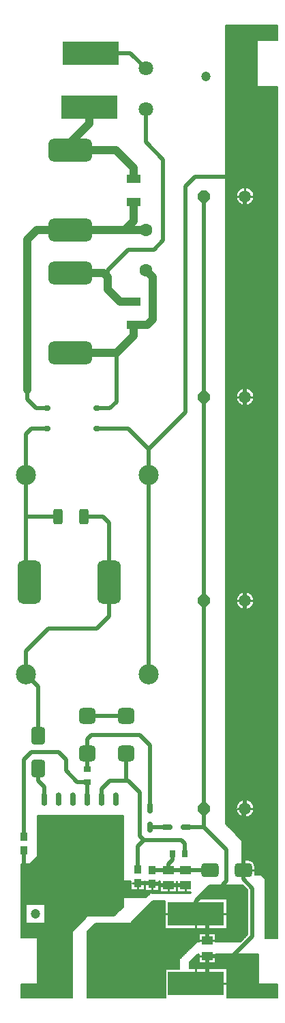
<source format=gtl>
G04 Layer_Physical_Order=1*
G04 Layer_Color=255*
%FSLAX24Y24*%
%MOIN*%
G70*
G01*
G75*
%ADD10C,0.0079*%
%ADD11C,0.0472*%
G04:AMPARAMS|DCode=12|XSize=86.6mil|YSize=68.9mil|CornerRadius=17.2mil|HoleSize=0mil|Usage=FLASHONLY|Rotation=180.000|XOffset=0mil|YOffset=0mil|HoleType=Round|Shape=RoundedRectangle|*
%AMROUNDEDRECTD12*
21,1,0.0866,0.0344,0,0,180.0*
21,1,0.0522,0.0689,0,0,180.0*
1,1,0.0344,-0.0261,0.0172*
1,1,0.0344,0.0261,0.0172*
1,1,0.0344,0.0261,-0.0172*
1,1,0.0344,-0.0261,-0.0172*
%
%ADD12ROUNDEDRECTD12*%
%ADD13R,0.2756X0.1181*%
G04:AMPARAMS|DCode=14|XSize=212.6mil|YSize=114.2mil|CornerRadius=28.5mil|HoleSize=0mil|Usage=FLASHONLY|Rotation=180.000|XOffset=0mil|YOffset=0mil|HoleType=Round|Shape=RoundedRectangle|*
%AMROUNDEDRECTD14*
21,1,0.2126,0.0571,0,0,180.0*
21,1,0.1555,0.1142,0,0,180.0*
1,1,0.0571,-0.0778,0.0285*
1,1,0.0571,0.0778,0.0285*
1,1,0.0571,0.0778,-0.0285*
1,1,0.0571,-0.0778,-0.0285*
%
%ADD14ROUNDEDRECTD14*%
%ADD15R,0.0689X0.0413*%
G04:AMPARAMS|DCode=16|XSize=212.6mil|YSize=114.2mil|CornerRadius=28.5mil|HoleSize=0mil|Usage=FLASHONLY|Rotation=270.000|XOffset=0mil|YOffset=0mil|HoleType=Round|Shape=RoundedRectangle|*
%AMROUNDEDRECTD16*
21,1,0.2126,0.0571,0,0,270.0*
21,1,0.1555,0.1142,0,0,270.0*
1,1,0.0571,-0.0285,-0.0778*
1,1,0.0571,-0.0285,0.0778*
1,1,0.0571,0.0285,0.0778*
1,1,0.0571,0.0285,-0.0778*
%
%ADD16ROUNDEDRECTD16*%
G04:AMPARAMS|DCode=17|XSize=86.6mil|YSize=68.9mil|CornerRadius=17.2mil|HoleSize=0mil|Usage=FLASHONLY|Rotation=270.000|XOffset=0mil|YOffset=0mil|HoleType=Round|Shape=RoundedRectangle|*
%AMROUNDEDRECTD17*
21,1,0.0866,0.0344,0,0,270.0*
21,1,0.0522,0.0689,0,0,270.0*
1,1,0.0344,-0.0172,-0.0261*
1,1,0.0344,-0.0172,0.0261*
1,1,0.0344,0.0172,0.0261*
1,1,0.0344,0.0172,-0.0261*
%
%ADD17ROUNDEDRECTD17*%
%ADD18R,0.3209X0.2169*%
%ADD19O,0.0280X0.0669*%
G04:AMPARAMS|DCode=20|XSize=47.2mil|YSize=74.8mil|CornerRadius=11.8mil|HoleSize=0mil|Usage=FLASHONLY|Rotation=0.000|XOffset=0mil|YOffset=0mil|HoleType=Round|Shape=RoundedRectangle|*
%AMROUNDEDRECTD20*
21,1,0.0472,0.0512,0,0,0.0*
21,1,0.0236,0.0748,0,0,0.0*
1,1,0.0236,0.0118,-0.0256*
1,1,0.0236,-0.0118,-0.0256*
1,1,0.0236,-0.0118,0.0256*
1,1,0.0236,0.0118,0.0256*
%
%ADD20ROUNDEDRECTD20*%
G04:AMPARAMS|DCode=21|XSize=82.7mil|YSize=78.7mil|CornerRadius=19.7mil|HoleSize=0mil|Usage=FLASHONLY|Rotation=180.000|XOffset=0mil|YOffset=0mil|HoleType=Round|Shape=RoundedRectangle|*
%AMROUNDEDRECTD21*
21,1,0.0827,0.0394,0,0,180.0*
21,1,0.0433,0.0787,0,0,180.0*
1,1,0.0394,-0.0217,0.0197*
1,1,0.0394,0.0217,0.0197*
1,1,0.0394,0.0217,-0.0197*
1,1,0.0394,-0.0217,-0.0197*
%
%ADD21ROUNDEDRECTD21*%
%ADD22R,0.0354X0.0394*%
%ADD23R,0.0551X0.0413*%
G04:AMPARAMS|DCode=24|XSize=53.2mil|YSize=25.6mil|CornerRadius=6.4mil|HoleSize=0mil|Usage=FLASHONLY|Rotation=90.000|XOffset=0mil|YOffset=0mil|HoleType=Round|Shape=RoundedRectangle|*
%AMROUNDEDRECTD24*
21,1,0.0532,0.0128,0,0,90.0*
21,1,0.0404,0.0256,0,0,90.0*
1,1,0.0128,0.0064,0.0202*
1,1,0.0128,0.0064,-0.0202*
1,1,0.0128,-0.0064,-0.0202*
1,1,0.0128,-0.0064,0.0202*
%
%ADD24ROUNDEDRECTD24*%
%ADD25R,0.0276X0.0354*%
G04:AMPARAMS|DCode=26|XSize=53.2mil|YSize=25.6mil|CornerRadius=6.4mil|HoleSize=0mil|Usage=FLASHONLY|Rotation=180.000|XOffset=0mil|YOffset=0mil|HoleType=Round|Shape=RoundedRectangle|*
%AMROUNDEDRECTD26*
21,1,0.0532,0.0128,0,0,180.0*
21,1,0.0404,0.0256,0,0,180.0*
1,1,0.0128,-0.0202,0.0064*
1,1,0.0128,0.0202,0.0064*
1,1,0.0128,0.0202,-0.0064*
1,1,0.0128,-0.0202,-0.0064*
%
%ADD26ROUNDEDRECTD26*%
%ADD27R,0.0354X0.0276*%
G04:AMPARAMS|DCode=28|XSize=23.6mil|YSize=31.5mil|CornerRadius=5.9mil|HoleSize=0mil|Usage=FLASHONLY|Rotation=270.000|XOffset=0mil|YOffset=0mil|HoleType=Round|Shape=RoundedRectangle|*
%AMROUNDEDRECTD28*
21,1,0.0236,0.0197,0,0,270.0*
21,1,0.0118,0.0315,0,0,270.0*
1,1,0.0118,-0.0098,-0.0059*
1,1,0.0118,-0.0098,0.0059*
1,1,0.0118,0.0098,0.0059*
1,1,0.0118,0.0098,-0.0059*
%
%ADD28ROUNDEDRECTD28*%
%ADD29C,0.0100*%
%ADD30C,0.0197*%
%ADD31C,0.0394*%
%ADD32C,0.0591*%
%ADD33P,0.0639X8X202.5*%
%ADD34C,0.0984*%
%ADD35C,0.0630*%
%ADD36C,0.0709*%
%ADD37C,0.0236*%
D10*
X31885Y69650D02*
G03*
X31885Y69650I-435J0D01*
G01*
Y59850D02*
G03*
X31885Y59850I-435J0D01*
G01*
Y49900D02*
G03*
X31885Y49900I-435J0D01*
G01*
Y39750D02*
G03*
X31885Y39750I-435J0D01*
G01*
X31930Y36922D02*
G03*
X31618Y37234I-312J0D01*
G01*
X31920Y36500D02*
G03*
X31930Y36578I-302J78D01*
G01*
X28760Y35610D02*
Y35656D01*
X28701Y35600D02*
Y35656D01*
X28115D02*
Y36201D01*
X28135Y35656D02*
X28800D01*
X28135D02*
Y36201D01*
X28110Y35600D02*
Y35656D01*
X28051Y35600D02*
Y35656D01*
X28750Y35600D02*
X28800Y35650D01*
X28169Y35600D02*
Y35656D01*
X26890Y35610D02*
X28760D01*
X27285Y35656D02*
X28115D01*
X27992Y35600D02*
Y35656D01*
X27217Y36142D02*
X27285D01*
X27217Y36201D02*
X27285D01*
Y35656D02*
Y36201D01*
X27217Y35744D02*
Y36201D01*
Y36083D02*
X27285D01*
X27217Y36024D02*
X27285D01*
X27217Y35965D02*
X27285D01*
X27217Y35905D02*
X27285D01*
X27217Y35787D02*
X27285D01*
X27217Y35846D02*
X27285D01*
X26870Y35630D02*
Y35744D01*
X28524Y35600D02*
Y35656D01*
X28465Y35600D02*
Y35656D01*
X28642Y35600D02*
Y35656D01*
X28583Y35600D02*
Y35656D01*
X28287Y35600D02*
Y35656D01*
X27815Y35600D02*
Y35656D01*
X28405Y35600D02*
Y35656D01*
X28346Y35600D02*
Y35656D01*
X27874Y35600D02*
Y35656D01*
X27756Y35600D02*
Y35656D01*
X28228Y35600D02*
Y35656D01*
X27933Y35600D02*
Y35656D01*
X26900Y35600D02*
X27750D01*
X27697D02*
Y35656D01*
X27750Y35600D02*
X28750D01*
X27165D02*
Y35744D01*
X27106Y35600D02*
Y35744D01*
X27283Y35600D02*
Y36201D01*
X27224Y35600D02*
Y36201D01*
X26988Y35600D02*
Y35744D01*
X26929Y35600D02*
Y35744D01*
X27047Y35600D02*
Y35744D01*
X27520Y35600D02*
Y35656D01*
X27461Y35600D02*
Y35656D01*
X27638Y35600D02*
Y35656D01*
X27579Y35600D02*
Y35656D01*
X27342Y35600D02*
Y35656D01*
X26850Y35650D02*
X26900Y35600D01*
X27402D02*
Y35656D01*
X26517Y36142D02*
X26583D01*
X26517Y36201D02*
X26583D01*
X26517Y36083D02*
X26583D01*
X26517Y35965D02*
X26583D01*
X26517Y36024D02*
X26583D01*
X26517Y35846D02*
X26583D01*
X26517Y35905D02*
X26583D01*
Y35744D02*
X27217D01*
X26517Y35787D02*
X26583D01*
X26811Y35611D02*
Y35744D01*
X26752Y35552D02*
Y35744D01*
X25500Y35669D02*
X27285D01*
X25500Y35728D02*
X27285D01*
X25500Y35610D02*
X26810D01*
X26583Y35744D02*
Y36201D01*
X26517Y35764D02*
Y36201D01*
X25500Y36142D02*
X25883D01*
X25500Y36201D02*
X25883D01*
Y35764D02*
Y36201D01*
X25500Y35846D02*
X25883D01*
X25500Y35905D02*
X25883D01*
Y35764D02*
X26517D01*
X25500Y35787D02*
X25883D01*
X25500Y36024D02*
X25883D01*
X25500Y36083D02*
X25883D01*
X25500Y35965D02*
X25883D01*
X26634Y35434D02*
Y35744D01*
X26575Y35400D02*
Y36201D01*
X26516Y35400D02*
Y35764D01*
X26457Y35400D02*
Y35764D01*
X26279Y35400D02*
Y35764D01*
X26220Y35400D02*
Y35764D01*
X26398Y35400D02*
Y35764D01*
X26339Y35400D02*
Y35764D01*
X26600Y35400D02*
X26850Y35650D01*
X26693Y35493D02*
Y35744D01*
X26500Y35400D02*
X26600D01*
X25526D02*
X26500D01*
X25500Y35551D02*
X26751D01*
X25500Y35492D02*
X26692D01*
X25500Y35433D02*
X26633D01*
X25748Y35400D02*
Y36201D01*
X25689Y35400D02*
Y36201D01*
X25866Y35400D02*
Y36201D01*
X25807Y35400D02*
Y36201D01*
X25630Y35400D02*
Y36201D01*
X25512Y35386D02*
Y36201D01*
X25500Y35374D02*
Y36201D01*
X26043Y35400D02*
Y35764D01*
X25984Y35400D02*
Y35764D01*
X26161Y35400D02*
Y35764D01*
X26102Y35400D02*
Y35764D01*
X25925Y35400D02*
Y35764D01*
X25571Y35400D02*
Y36201D01*
X25500Y35374D02*
X25526Y35400D01*
X31884Y69626D02*
X33050D01*
X31883Y69685D02*
X33050D01*
X31877Y69567D02*
X33050D01*
X31861Y69508D02*
X33050D01*
X31835Y69449D02*
X33050D01*
X31798Y69390D02*
X33050D01*
X31745Y69331D02*
X33050D01*
X31664Y69272D02*
X33050D01*
X30500Y65374D02*
X33050D01*
X32018Y77264D02*
X33050D01*
Y78000D01*
X32419Y75020D02*
X33050Y75020D01*
X31643Y70039D02*
X33050D01*
X31733Y69980D02*
X33050D01*
X31857Y69803D02*
X33050D01*
X31874Y69744D02*
X33050D01*
X31790Y69921D02*
X33050D01*
X31829Y69862D02*
X33050D01*
X31884Y59823D02*
X33050D01*
X31883Y59882D02*
X33050D01*
X31876Y59764D02*
X33050D01*
X31875Y59941D02*
X33050D01*
X31860Y59705D02*
X33050D01*
X31834Y59646D02*
X33050D01*
X31796Y59587D02*
X33050D01*
X31741Y59527D02*
X33050D01*
X31658Y59468D02*
X33050D01*
X30500Y64193D02*
X33050D01*
X31650Y60236D02*
X33050D01*
X30500Y65315D02*
X33050D01*
X30500Y64429D02*
X33050D01*
X31831Y60059D02*
X33050D01*
X31858Y60000D02*
X33050D01*
X31736Y60177D02*
X33050D01*
X31792Y60118D02*
X33050D01*
X30500Y63366D02*
X33050D01*
X30500Y63425D02*
X33050D01*
X30500Y63307D02*
X33050D01*
X30500Y63543D02*
X33050D01*
X30500Y63484D02*
X33050D01*
X30500Y63130D02*
X33050D01*
X30500Y63071D02*
X33050D01*
X30500Y63248D02*
X33050D01*
X30500Y63189D02*
X33050D01*
X30500Y65551D02*
X33050D01*
X30500Y65610D02*
X33050D01*
X30500Y65492D02*
X33050D01*
X30500Y65728D02*
X33050D01*
X30500Y65669D02*
X33050D01*
X30500Y64075D02*
X33050D01*
X30500Y63957D02*
X33050D01*
X30500Y65433D02*
X33050D01*
X30500Y64311D02*
X33050D01*
X30500Y58878D02*
X33050D01*
X30500Y58937D02*
X33050D01*
X30500Y58819D02*
X33050D01*
X30500Y60945D02*
X33050D01*
X30500Y58996D02*
X33050D01*
X30500Y58642D02*
X33050D01*
X30500Y58583D02*
X33050D01*
X30500Y58760D02*
X33050D01*
X30500Y58701D02*
X33050D01*
X30500Y61299D02*
X33050D01*
X30500Y61240D02*
X33050D01*
X30500Y61594D02*
X33050D01*
X30500Y61535D02*
X33050D01*
X30500Y61063D02*
X33050D01*
X30500Y61004D02*
X33050D01*
X30500Y61181D02*
X33050D01*
X30500Y61122D02*
X33050D01*
X31885Y49901D02*
X33050D01*
X31880Y49961D02*
X33050D01*
X31881Y49842D02*
X33050D01*
X31846Y50079D02*
X33050D01*
X31868Y50020D02*
X33050D01*
X31869Y49783D02*
X33050D01*
X31848Y49724D02*
X33050D01*
X31816Y49665D02*
X33050D01*
X31770Y49606D02*
X33050D01*
X30500Y50433D02*
X33050D01*
X30500Y58110D02*
X33050D01*
X30500Y50374D02*
X33050D01*
X30500Y58524D02*
X33050D01*
X30500Y58464D02*
X33050D01*
X31768Y50197D02*
X33050D01*
X31814Y50138D02*
X33050D01*
X31580Y50315D02*
X33050D01*
X31700Y50256D02*
X33050D01*
X30500Y44764D02*
X33050D01*
X30500Y44823D02*
X33050D01*
X30500Y44705D02*
X33050D01*
X30500Y44941D02*
X33050D01*
X30500Y44882D02*
X33050D01*
X30500Y44527D02*
X33050D01*
X30500Y44468D02*
X33050D01*
X30500Y44646D02*
X33050D01*
X30500Y44587D02*
X33050D01*
X31704Y49547D02*
X33050D01*
X31589Y49488D02*
X33050D01*
X30500Y49429D02*
X33050D01*
X30500Y49370D02*
X33050D01*
X30500Y45059D02*
X33050D01*
X30500Y45000D02*
X33050D01*
X30500Y49311D02*
X33050D01*
X30500Y45118D02*
X33050D01*
X30500Y43701D02*
X33050D01*
X30500Y43760D02*
X33050D01*
X30500Y43642D02*
X33050D01*
X30500Y43878D02*
X33050D01*
X30500Y43819D02*
X33050D01*
X30500Y43405D02*
X33050D01*
X30500Y43346D02*
X33050D01*
X30500Y43583D02*
X33050D01*
X30500Y43524D02*
X33050D01*
X30500Y44232D02*
X33050D01*
X30500Y44173D02*
X33050D01*
X30500Y44409D02*
X33050D01*
X30500Y44350D02*
X33050D01*
X30500Y43996D02*
X33050D01*
X30500Y43937D02*
X33050D01*
X30500Y44114D02*
X33050D01*
X30500Y44055D02*
X33050D01*
X30500Y40925D02*
X33050D01*
X30500Y40984D02*
X33050D01*
X30500Y40866D02*
X33050D01*
X30500Y41811D02*
X33050D01*
X30500Y41752D02*
X33050D01*
X30500Y40689D02*
X33050D01*
X30500Y40630D02*
X33050D01*
X30500Y40807D02*
X33050D01*
X30500Y40748D02*
X33050D01*
X30500Y43169D02*
X33050D01*
X30500Y43110D02*
X33050D01*
X30500Y43287D02*
X33050D01*
X30500Y43228D02*
X33050D01*
X30500Y42933D02*
X33050D01*
X30500Y41870D02*
X33050D01*
X30500Y43051D02*
X33050D01*
X30500Y42992D02*
X33050D01*
X32716Y77264D02*
Y78000D01*
X32657Y77264D02*
Y78000D01*
X32776Y77264D02*
Y78000D01*
X32539Y77264D02*
Y78000D01*
X32598Y77264D02*
Y78000D01*
X32953Y77264D02*
Y78000D01*
X33012Y77264D02*
Y78000D01*
X32835Y77264D02*
Y78000D01*
X32894Y77264D02*
Y78000D01*
X32421Y77264D02*
Y78000D01*
X32362Y77264D02*
Y78000D01*
X32480Y77264D02*
Y78000D01*
X32244Y77264D02*
Y78000D01*
X32303Y77264D02*
Y78000D01*
X32126Y77264D02*
Y78000D01*
X32185Y77264D02*
Y78000D01*
X32067Y77264D02*
Y78000D01*
X32018Y75187D02*
Y77264D01*
Y75020D02*
X32419D01*
X32018D02*
Y75187D01*
X31831Y69860D02*
Y78000D01*
X31713Y69996D02*
Y78000D01*
X31772Y69942D02*
Y78000D01*
Y60142D02*
Y69358D01*
X31831Y60060D02*
Y69440D01*
X31653Y60234D02*
Y69266D01*
X31713Y60196D02*
Y69304D01*
X31594Y70060D02*
Y78000D01*
X31653Y70034D02*
Y78000D01*
X31476Y70084D02*
Y78000D01*
X31535Y70076D02*
Y78000D01*
Y60276D02*
Y69224D01*
X31594Y60260D02*
Y69240D01*
X31476Y60284D02*
Y69216D01*
X31417Y70083D02*
Y78000D01*
X31358Y70075D02*
Y78000D01*
X31417Y60283D02*
Y69217D01*
X31358Y60275D02*
Y69225D01*
X31299Y70058D02*
Y78000D01*
X31240Y70031D02*
Y78000D01*
X31181Y69991D02*
Y78000D01*
X31063Y69848D02*
Y78000D01*
X31299Y60258D02*
Y69242D01*
X31240Y60231D02*
Y69269D01*
X31122Y69935D02*
Y78000D01*
X30500Y60236D02*
X31250D01*
X31181Y60191D02*
Y69309D01*
X31122Y60135D02*
Y69365D01*
X30500Y60177D02*
X31164D01*
X30500Y60118D02*
X31108D01*
X30500Y60059D02*
X31069D01*
X31063Y60048D02*
Y69452D01*
X30500Y60000D02*
X31042D01*
X30500Y59941D02*
X31025D01*
X30500Y59882D02*
X31017D01*
X30500Y59705D02*
X31040D01*
X31063Y50098D02*
Y59652D01*
X30500Y59823D02*
X31016D01*
X30500Y59764D02*
X31024D01*
X31772Y50192D02*
Y59558D01*
X31713Y50246D02*
Y59504D01*
X31831Y50110D02*
Y59640D01*
X31594Y50310D02*
Y59440D01*
X31653Y50284D02*
Y59466D01*
X31476Y50334D02*
Y59416D01*
X31535Y50326D02*
Y59424D01*
X31417Y50333D02*
Y59417D01*
X31181Y50241D02*
Y59509D01*
X30500Y59646D02*
X31066D01*
X31122Y50185D02*
Y59565D01*
X30500Y59587D02*
X31104D01*
X30500Y59527D02*
X31159D01*
X31358Y50325D02*
Y59425D01*
X31299Y50308D02*
Y59442D01*
X30500Y59468D02*
X31242D01*
X31240Y50281D02*
Y59469D01*
X30500Y49016D02*
X33050D01*
X30500Y49134D02*
X33050D01*
X30500Y48779D02*
X33050D01*
X30500Y49252D02*
X33050D01*
X30500Y49193D02*
X33050D01*
X30500Y46358D02*
X33050D01*
X30500Y46299D02*
X33050D01*
X30500Y48720D02*
X33050D01*
X30500Y48661D02*
X33050D01*
X30500Y46417D02*
X33050D01*
X30500Y46240D02*
X33050D01*
X30500Y48602D02*
X33050D01*
X30500Y46476D02*
X33050D01*
X30500Y45531D02*
X33050D01*
X30500Y45590D02*
X33050D01*
X30500Y45472D02*
X33050D01*
X30500Y45709D02*
X33050D01*
X30500Y45650D02*
X33050D01*
X30500Y45295D02*
X33050D01*
X30500Y45236D02*
X33050D01*
X30500Y45413D02*
X33050D01*
X30500Y45354D02*
X33050D01*
X30500Y46063D02*
X33050D01*
X30500Y46004D02*
X33050D01*
X30500Y46181D02*
X33050D01*
X30500Y46122D02*
X33050D01*
X30500Y45827D02*
X33050D01*
X30500Y45768D02*
X33050D01*
X30500Y45945D02*
X33050D01*
X30500Y45886D02*
X33050D01*
X30500Y41220D02*
X33050D01*
X30500Y41279D02*
X33050D01*
X30500Y41161D02*
X33050D01*
X30500Y41398D02*
X33050D01*
X30500Y41339D02*
X33050D01*
X30500Y40571D02*
X33050D01*
X30500Y40512D02*
X33050D01*
X30500Y41102D02*
X33050D01*
X30500Y41043D02*
X33050D01*
X30500Y43464D02*
X33050D01*
X30500Y41693D02*
X33050D01*
X30500Y45177D02*
X33050D01*
X30500Y44291D02*
X33050D01*
X30500Y41516D02*
X33050D01*
X30500Y41457D02*
X33050D01*
X30500Y41634D02*
X33050D01*
X30500Y41575D02*
X33050D01*
X31844Y39567D02*
X33050D01*
X31867Y39626D02*
X33050D01*
X31811Y39508D02*
X33050D01*
X31763Y39449D02*
X33050D01*
X31693Y39390D02*
X33050D01*
X31835Y37146D02*
X33050D01*
X31883Y37087D02*
X33050D01*
X31564Y39331D02*
X33050D01*
X31750Y37205D02*
X33050D01*
X31819Y39980D02*
X33050D01*
X31774Y40039D02*
X33050D01*
X31850Y39921D02*
X33050D01*
X31601Y40157D02*
X33050D01*
X31710Y40098D02*
X33050D01*
X31881Y39803D02*
X33050D01*
X31885Y39744D02*
X33050D01*
X31870Y39862D02*
X33050D01*
X31880Y39685D02*
X33050D01*
X31930Y36850D02*
X33050D01*
X31930Y36909D02*
X33050D01*
X31930Y36791D02*
X33050D01*
X31911Y37027D02*
X33050D01*
X31926Y36968D02*
X33050D01*
X31930Y36732D02*
X33050D01*
X31930Y36673D02*
X33050D01*
X31930Y36614D02*
X33050D01*
X31929Y36555D02*
X33050D01*
X33012Y33406D02*
Y75020D01*
X33050Y33406D02*
Y75020D01*
X32835Y33406D02*
Y75020D01*
X32953Y33406D02*
Y75020D01*
X32372Y36378D02*
X33050D01*
X32894Y33406D02*
Y75020D01*
X32254Y36496D02*
X33050D01*
X32313Y36437D02*
X33050D01*
X30937Y38563D02*
X33050D01*
X30878Y38622D02*
X33050D01*
X30996Y38504D02*
X33050D01*
X30760Y38740D02*
X33050D01*
X30819Y38681D02*
X33050D01*
X31173Y38327D02*
X33050D01*
X31232Y38268D02*
X33050D01*
X31055Y38445D02*
X33050D01*
X31114Y38386D02*
X33050D01*
X30500Y40276D02*
X33050D01*
X30500Y40335D02*
X33050D01*
X30500Y40216D02*
X33050D01*
X30500Y40453D02*
X33050D01*
X30500Y40394D02*
X33050D01*
X30642Y38858D02*
X33050D01*
X30701Y38799D02*
X33050D01*
X30524Y38976D02*
X33050D01*
X30583Y38917D02*
X33050D01*
X31350Y37559D02*
X33050D01*
X31350Y37618D02*
X33050D01*
X31350Y37500D02*
X33050D01*
X31350Y37736D02*
X33050D01*
X31350Y37677D02*
X33050D01*
X31350Y37323D02*
X33050D01*
X31350Y37264D02*
X33050D01*
X31350Y37441D02*
X33050D01*
X31350Y37382D02*
X33050D01*
X31350Y38090D02*
X33050D01*
X31350Y38031D02*
X33050D01*
X31291Y38209D02*
X33050D01*
X31350Y38150D02*
X33050D01*
X31350Y37854D02*
X33050D01*
X31350Y37795D02*
X33050D01*
X31350Y37972D02*
X33050D01*
X31350Y37913D02*
X33050D01*
X32450Y35492D02*
X33050D01*
X32450Y35551D02*
X33050D01*
X32450Y35433D02*
X33050D01*
X32450Y35728D02*
X33050D01*
X32450Y35610D02*
X33050D01*
X32450Y35256D02*
X33050D01*
X32450Y35197D02*
X33050D01*
X32450Y35374D02*
X33050D01*
X32450Y35315D02*
X33050D01*
X32450Y36083D02*
X33050D01*
X32450Y36142D02*
X33050D01*
X32450Y36024D02*
X33050D01*
X32450Y36260D02*
X33050D01*
X32450Y36201D02*
X33050D01*
X32450Y35846D02*
X33050D01*
X32450Y35787D02*
X33050D01*
X32450Y35965D02*
X33050D01*
X32450Y35905D02*
X33050D01*
X32450Y34961D02*
X33050D01*
X32450Y35020D02*
X33050D01*
X32450Y34902D02*
X33050D01*
X32450Y35138D02*
X33050D01*
X32450Y35079D02*
X33050D01*
X32450Y34724D02*
X33050D01*
X32450Y34665D02*
X33050D01*
X32450Y34842D02*
X33050D01*
X32450Y34783D02*
X33050D01*
X32450Y34488D02*
X33050D01*
X32835Y30500D02*
Y31161D01*
X32450Y34606D02*
X33050D01*
X32450Y34547D02*
X33050D01*
X33012Y30500D02*
Y31161D01*
X33050Y30500D02*
Y31161D01*
X32894Y30500D02*
Y31161D01*
X32953Y30500D02*
Y31161D01*
X32450Y33898D02*
X33050D01*
X32450Y33957D02*
X33050D01*
X32450Y33839D02*
X33050D01*
X32450Y34075D02*
X33050D01*
X32450Y34016D02*
X33050D01*
X32450Y33661D02*
X33050D01*
X32450Y33602D02*
X33050D01*
X32450Y33779D02*
X33050D01*
X32450Y33720D02*
X33050D01*
X32450Y34429D02*
X33050D01*
X32450Y34370D02*
X33050D01*
X32431Y36319D02*
X33050D01*
X32450Y35669D02*
X33050D01*
X32450Y34193D02*
X33050D01*
X32450Y34134D02*
X33050D01*
X32450Y34311D02*
X33050D01*
X32450Y34252D02*
X33050D01*
X30567Y30768D02*
X33050D01*
X30567Y30827D02*
X33050D01*
X30567Y30709D02*
X33050D01*
X30567Y30945D02*
X33050D01*
X30567Y30886D02*
X33050D01*
X30567Y30531D02*
X33050D01*
X30567Y30500D02*
X33050D01*
X30567Y30650D02*
X33050D01*
X30567Y30590D02*
X33050D01*
X32450Y33425D02*
X33050D01*
X32450Y33406D02*
X33050D01*
X32450Y33543D02*
X33050D01*
X32450Y33484D02*
X33050D01*
X32429Y31161D02*
X33050Y31161D01*
X30567Y31122D02*
X33050D01*
X30567Y31063D02*
X33050D01*
X30567Y31004D02*
X33050D01*
X31772Y40042D02*
Y49608D01*
X31713Y40096D02*
Y49554D01*
X31831Y39960D02*
Y49690D01*
X31594Y40160D02*
Y49490D01*
X31653Y40134D02*
Y49516D01*
X31713Y37219D02*
Y39404D01*
X31772Y37193D02*
Y39458D01*
X31653Y37232D02*
Y39366D01*
X31535Y40176D02*
Y49474D01*
X31476Y40184D02*
Y49466D01*
X31417Y40183D02*
Y49467D01*
X31358Y40175D02*
Y49475D01*
X31594Y37234D02*
Y39340D01*
X31299Y38201D02*
Y39342D01*
X31358Y37234D02*
Y39325D01*
X32716Y33406D02*
Y75020D01*
X32657Y33406D02*
Y75020D01*
X32776Y33406D02*
Y75020D01*
X32539Y33406D02*
Y75020D01*
X32598Y33406D02*
Y75020D01*
X32421Y36329D02*
Y75020D01*
X32480Y33406D02*
Y75020D01*
X32303Y36447D02*
Y75020D01*
X32362Y36388D02*
Y75020D01*
X32008Y36500D02*
Y78000D01*
X32185Y36500D02*
Y75020D01*
X31890Y37075D02*
Y78000D01*
X31949Y36500D02*
Y78000D01*
X32126Y36500D02*
Y75020D01*
X32244Y36500D02*
Y75020D01*
X31831Y37150D02*
Y39540D01*
X32067Y36500D02*
Y75020D01*
X31299Y40158D02*
Y49492D01*
X31240Y40131D02*
Y49519D01*
X31181Y40091D02*
Y49559D01*
X30500Y40157D02*
X31299D01*
X31122Y40035D02*
Y49615D01*
X30500Y39980D02*
X31081D01*
X30500Y40098D02*
X31190D01*
X30500Y40039D02*
X31126D01*
X31063Y39948D02*
Y49702D01*
X30500Y39921D02*
X31050D01*
X30500Y39862D02*
X31030D01*
X30500Y39803D02*
X31019D01*
X30500Y39626D02*
X31033D01*
X30500Y39567D02*
X31056D01*
X30500Y39744D02*
X31015D01*
X30500Y39685D02*
X31020D01*
X31063Y38437D02*
Y39552D01*
X31122Y38378D02*
Y39465D01*
X30500Y39508D02*
X31089D01*
X31004Y38496D02*
Y78000D01*
X31181Y38319D02*
Y39409D01*
X31240Y38260D02*
Y39369D01*
X30500Y39449D02*
X31137D01*
X30500Y39390D02*
X31207D01*
X30650Y38850D02*
Y78000D01*
X30709Y38791D02*
Y78000D01*
X30531Y38969D02*
Y78000D01*
X30590Y38910D02*
Y78000D01*
X30886Y38614D02*
Y78000D01*
X30945Y38555D02*
Y78000D01*
X30768Y38732D02*
Y78000D01*
X30827Y38673D02*
Y78000D01*
X32657Y30500D02*
Y31161D01*
X32450Y33406D02*
Y36300D01*
X32776Y30500D02*
Y31161D01*
X31920Y36500D02*
X32250D01*
X32450Y36300D01*
X32362Y30500D02*
Y31161D01*
X32716Y30500D02*
Y31161D01*
X32096D02*
X32429D01*
X32303Y30500D02*
Y31161D01*
X31535Y37234D02*
Y39324D01*
X31930Y36578D02*
Y36922D01*
X31417Y37234D02*
Y39317D01*
X31476Y37234D02*
Y39316D01*
X32096Y31161D02*
Y31437D01*
X32244Y30500D02*
Y31161D01*
X32096Y31437D02*
Y32650D01*
X32126Y30500D02*
Y31161D01*
X32067Y30500D02*
Y32650D01*
X32185Y30500D02*
Y31161D01*
X31949Y30500D02*
Y32650D01*
X32008Y30500D02*
Y32650D01*
X32539Y30500D02*
Y31161D01*
X32598Y30500D02*
Y31161D01*
X32421Y30500D02*
Y31161D01*
X32480Y30500D02*
Y31161D01*
X31594Y30500D02*
Y32650D01*
X31653Y30500D02*
Y32650D01*
X31476Y30500D02*
Y32650D01*
X31535Y30500D02*
Y32650D01*
X31831Y30500D02*
Y32650D01*
X31890Y30500D02*
Y32650D01*
X31713Y30500D02*
Y32650D01*
X31772Y30500D02*
Y32650D01*
X30567Y31713D02*
X32096D01*
X30567Y31772D02*
X32096D01*
X30567Y31653D02*
X32096D01*
X30567Y31890D02*
X32096D01*
X30567Y31831D02*
X32096D01*
X30567Y31299D02*
X32096D01*
X30567Y31240D02*
X32096D01*
X30567Y31594D02*
X32096D01*
X30567Y31358D02*
X32096D01*
X31350Y37234D02*
Y38150D01*
Y37234D02*
X31618D01*
X30567Y31476D02*
X32096D01*
X30567Y31417D02*
X32096D01*
X30531Y31930D02*
Y32650D01*
X30567Y31535D02*
X32096D01*
X31181Y30500D02*
Y32650D01*
X31122Y30500D02*
Y32650D01*
X31240Y30500D02*
Y32650D01*
X31004Y30500D02*
Y32650D01*
X31063Y30500D02*
Y32650D01*
X31358Y30500D02*
Y32650D01*
X31417Y30500D02*
Y32650D01*
X30567Y31181D02*
X32096D01*
X31299Y30500D02*
Y32650D01*
X30886Y30500D02*
Y32650D01*
X30945Y30500D02*
Y32650D01*
X30768Y30500D02*
Y32650D01*
X30827Y30500D02*
Y32650D01*
X30650Y30500D02*
Y32650D01*
X30709Y30500D02*
Y32650D01*
X30567Y30500D02*
Y31930D01*
X30590Y30500D02*
Y32650D01*
X30500Y72992D02*
X33050D01*
X30500Y73051D02*
X33050D01*
X30500Y72933D02*
X33050D01*
X30500Y73169D02*
X33050D01*
X30500Y73110D02*
X33050D01*
X30500Y72756D02*
X33050D01*
X30500Y72697D02*
X33050D01*
X30500Y72874D02*
X33050D01*
X30500Y72815D02*
X33050D01*
X30500Y73523D02*
X33050D01*
X30500Y73583D02*
X33050D01*
X30500Y73464D02*
X33050D01*
X30500Y73701D02*
X33050D01*
X30500Y73642D02*
X33050D01*
X30500Y73287D02*
X33050D01*
X30500Y73228D02*
X33050D01*
X30500Y73405D02*
X33050D01*
X30500Y73346D02*
X33050D01*
X30500Y71988D02*
X33050D01*
X30500Y72047D02*
X33050D01*
X30500Y71929D02*
X33050D01*
X30500Y72165D02*
X33050D01*
X30500Y72106D02*
X33050D01*
X30500Y71752D02*
X33050D01*
X30500Y71693D02*
X33050D01*
X30500Y71870D02*
X33050D01*
X30500Y71811D02*
X33050D01*
X30500Y72520D02*
X33050D01*
X30500Y72460D02*
X33050D01*
X30500Y72638D02*
X33050D01*
X30500Y72579D02*
X33050D01*
X30500Y72283D02*
X33050D01*
X30500Y72224D02*
X33050D01*
X30500Y72401D02*
X33050D01*
X30500Y72342D02*
X33050D01*
X30500Y77303D02*
X33050D01*
X30500Y77362D02*
X33050D01*
X30500Y75000D02*
X33050D01*
X30500Y77480D02*
X33050D01*
X30500Y77421D02*
X33050D01*
X30500Y74823D02*
X33050D01*
X30500Y74764D02*
X33050D01*
X30500Y74941D02*
X33050D01*
X30500Y74882D02*
X33050D01*
X30500Y77834D02*
X33050D01*
X30500Y77894D02*
X33050D01*
X30500Y77775D02*
X33050D01*
X30500Y78000D02*
X33050D01*
X30500Y77953D02*
X33050D01*
X30500Y77598D02*
X33050D01*
X30500Y77539D02*
X33050D01*
X30500Y77716D02*
X33050D01*
X30500Y77657D02*
X33050D01*
X30500Y74055D02*
X33050D01*
X30500Y74114D02*
X33050D01*
X30500Y73996D02*
X33050D01*
X30500Y74232D02*
X33050D01*
X30500Y74173D02*
X33050D01*
X30500Y73819D02*
X33050D01*
X30500Y73760D02*
X33050D01*
X30500Y73937D02*
X33050D01*
X30500Y73878D02*
X33050D01*
X30500Y74586D02*
X33050D01*
X30500Y74527D02*
X33050D01*
X30500Y74705D02*
X33050D01*
X30500Y74646D02*
X33050D01*
X30500Y74350D02*
X33050D01*
X30500Y74291D02*
X33050D01*
X30500Y74468D02*
X33050D01*
X30500Y74409D02*
X33050D01*
X30500Y64488D02*
X33050D01*
X30500Y64547D02*
X33050D01*
X30500Y64370D02*
X33050D01*
X30500Y64665D02*
X33050D01*
X30500Y64606D02*
X33050D01*
X30500Y63779D02*
X33050D01*
X30500Y63720D02*
X33050D01*
X30500Y64252D02*
X33050D01*
X30500Y64134D02*
X33050D01*
X30500Y68622D02*
X33050D01*
X30500Y68681D02*
X33050D01*
X30500Y68563D02*
X33050D01*
X30500Y68799D02*
X33050D01*
X30500Y68740D02*
X33050D01*
X30500Y68386D02*
X33050D01*
X30500Y68327D02*
X33050D01*
X30500Y68504D02*
X33050D01*
X30500Y68445D02*
X33050D01*
X30500Y62480D02*
X33050D01*
X30500Y62539D02*
X33050D01*
X30500Y62421D02*
X33050D01*
X30500Y62657D02*
X33050D01*
X30500Y62598D02*
X33050D01*
X30500Y62244D02*
X33050D01*
X30500Y62185D02*
X33050D01*
X30500Y62362D02*
X33050D01*
X30500Y62303D02*
X33050D01*
X30500Y63012D02*
X33050D01*
X30500Y62953D02*
X33050D01*
X30500Y63661D02*
X33050D01*
X30500Y63602D02*
X33050D01*
X30500Y62775D02*
X33050D01*
X30500Y62716D02*
X33050D01*
X30500Y62894D02*
X33050D01*
X30500Y62835D02*
X33050D01*
X30500Y70984D02*
X33050D01*
X30500Y71043D02*
X33050D01*
X30500Y70925D02*
X33050D01*
X30500Y71161D02*
X33050D01*
X30500Y71102D02*
X33050D01*
X30500Y70748D02*
X33050D01*
X30500Y70689D02*
X33050D01*
X30500Y70866D02*
X33050D01*
X30500Y70807D02*
X33050D01*
X30500Y71516D02*
X33050D01*
X30500Y71457D02*
X33050D01*
X30500Y71634D02*
X33050D01*
X30500Y71575D02*
X33050D01*
X30500Y71279D02*
X33050D01*
X30500Y71220D02*
X33050D01*
X30500Y71397D02*
X33050D01*
X30500Y71338D02*
X33050D01*
X30500Y69153D02*
X33050D01*
X30500Y69212D02*
X33050D01*
X30500Y69094D02*
X33050D01*
X30500Y70157D02*
X33050D01*
X30500Y70098D02*
X33050D01*
X30500Y68917D02*
X33050D01*
X30500Y68858D02*
X33050D01*
X30500Y69035D02*
X33050D01*
X30500Y68976D02*
X33050D01*
X30500Y70512D02*
X33050D01*
X30500Y70453D02*
X33050D01*
X30500Y70630D02*
X33050D01*
X30500Y70571D02*
X33050D01*
X30500Y70275D02*
X33050D01*
X30500Y70216D02*
X33050D01*
X30500Y70394D02*
X33050D01*
X30500Y70335D02*
X33050D01*
X30500Y75059D02*
X32018D01*
X30500Y75118D02*
X32018D01*
X30500Y70039D02*
X31257D01*
X30500Y75236D02*
X32018D01*
X30500Y75177D02*
X32018D01*
X30500Y69331D02*
X31155D01*
X30500Y69272D02*
X31236D01*
X30500Y69980D02*
X31167D01*
X30500Y69921D02*
X31110D01*
X30500Y69744D02*
X31026D01*
X30500Y69685D02*
X31017D01*
X30500Y69626D02*
X31016D01*
X30500Y69862D02*
X31071D01*
X30500Y69803D02*
X31043D01*
X30500Y69449D02*
X31065D01*
X30500Y69390D02*
X31102D01*
X30500Y69567D02*
X31023D01*
X30500Y69508D02*
X31039D01*
X30500Y67618D02*
X33050D01*
X30500Y67677D02*
X33050D01*
X30500Y67559D02*
X33050D01*
X30500Y67795D02*
X33050D01*
X30500Y67736D02*
X33050D01*
X30500Y67382D02*
X33050D01*
X30500Y67323D02*
X33050D01*
X30500Y67500D02*
X33050D01*
X30500Y67441D02*
X33050D01*
X30500Y68149D02*
X33050D01*
X30500Y68090D02*
X33050D01*
X30500Y68268D02*
X33050D01*
X30500Y68209D02*
X33050D01*
X30500Y67913D02*
X33050D01*
X30500Y67854D02*
X33050D01*
X30500Y68031D02*
X33050D01*
X30500Y67972D02*
X33050D01*
X30500Y76594D02*
X32018D01*
X30500Y76653D02*
X32018D01*
X30500Y76535D02*
X32018D01*
X30500Y76771D02*
X32018D01*
X30500Y76712D02*
X32018D01*
X30500Y76358D02*
X32018D01*
X30500Y76299D02*
X32018D01*
X30500Y76476D02*
X32018D01*
X30500Y76417D02*
X32018D01*
X30500Y77126D02*
X32018D01*
X30500Y77067D02*
X32018D01*
X30500Y77244D02*
X32018D01*
X30500Y77185D02*
X32018D01*
X30500Y76890D02*
X32018D01*
X30500Y76831D02*
X32018D01*
X30500Y77008D02*
X32018D01*
X30500Y76949D02*
X32018D01*
X30500Y75590D02*
X32018D01*
X30500Y75649D02*
X32018D01*
X30500Y75531D02*
X32018D01*
X30500Y75768D02*
X32018D01*
X30500Y75709D02*
X32018D01*
X30500Y75354D02*
X32018D01*
X30500Y75295D02*
X32018D01*
X30500Y75472D02*
X32018D01*
X30500Y75413D02*
X32018D01*
X30500Y76122D02*
X32018D01*
X30500Y76063D02*
X32018D01*
X30500Y76240D02*
X32018D01*
X30500Y76181D02*
X32018D01*
X30500Y75886D02*
X32018D01*
X30500Y75827D02*
X32018D01*
X30500Y76004D02*
X32018D01*
X30500Y75945D02*
X32018D01*
X30500Y61712D02*
X33050D01*
X30500Y61772D02*
X33050D01*
X30500Y61653D02*
X33050D01*
X30500Y61890D02*
X33050D01*
X30500Y61831D02*
X33050D01*
X30500Y61358D02*
X33050D01*
X30500Y60886D02*
X33050D01*
X30500Y61476D02*
X33050D01*
X30500Y61417D02*
X33050D01*
X30500Y63898D02*
X33050D01*
X30500Y64016D02*
X33050D01*
X30500Y63838D02*
X33050D01*
X30500Y64783D02*
X33050D01*
X30500Y64724D02*
X33050D01*
X30500Y62008D02*
X33050D01*
X30500Y61949D02*
X33050D01*
X30500Y62126D02*
X33050D01*
X30500Y62067D02*
X33050D01*
X30500Y59350D02*
X33050D01*
X30500Y59409D02*
X33050D01*
X30500Y59291D02*
X33050D01*
X30500Y60354D02*
X33050D01*
X30500Y60295D02*
X33050D01*
X30500Y59114D02*
X33050D01*
X30500Y59055D02*
X33050D01*
X30500Y59232D02*
X33050D01*
X30500Y59173D02*
X33050D01*
X30500Y60709D02*
X33050D01*
X30500Y60649D02*
X33050D01*
X30500Y60827D02*
X33050D01*
X30500Y60768D02*
X33050D01*
X30500Y60472D02*
X33050D01*
X30500Y60413D02*
X33050D01*
X30500Y60590D02*
X33050D01*
X30500Y60531D02*
X33050D01*
X30500Y66614D02*
X33050D01*
X30500Y66673D02*
X33050D01*
X30500Y66555D02*
X33050D01*
X30500Y66791D02*
X33050D01*
X30500Y66732D02*
X33050D01*
X30500Y66378D02*
X33050D01*
X30500Y66319D02*
X33050D01*
X30500Y66496D02*
X33050D01*
X30500Y66437D02*
X33050D01*
X30500Y67146D02*
X33050D01*
X30500Y67086D02*
X33050D01*
X30500Y67264D02*
X33050D01*
X30500Y67205D02*
X33050D01*
X30500Y66909D02*
X33050D01*
X30500Y66850D02*
X33050D01*
X30500Y67027D02*
X33050D01*
X30500Y66968D02*
X33050D01*
X30500Y65138D02*
X33050D01*
X30500Y65197D02*
X33050D01*
X30500Y65079D02*
X33050D01*
X30500Y65787D02*
X33050D01*
X30500Y65256D02*
X33050D01*
X30500Y64901D02*
X33050D01*
X30500Y64842D02*
X33050D01*
X30500Y65020D02*
X33050D01*
X30500Y64960D02*
X33050D01*
X30500Y66142D02*
X33050D01*
X30500Y66083D02*
X33050D01*
X30500Y66260D02*
X33050D01*
X30500Y66201D02*
X33050D01*
X30500Y65905D02*
X33050D01*
X30500Y65846D02*
X33050D01*
X30500Y66023D02*
X33050D01*
X30500Y65964D02*
X33050D01*
X30500Y54567D02*
X33050D01*
X30500Y54626D02*
X33050D01*
X30500Y54508D02*
X33050D01*
X30500Y54744D02*
X33050D01*
X30500Y54685D02*
X33050D01*
X30500Y54331D02*
X33050D01*
X30500Y54272D02*
X33050D01*
X30500Y54449D02*
X33050D01*
X30500Y54390D02*
X33050D01*
X30500Y55098D02*
X33050D01*
X30500Y55157D02*
X33050D01*
X30500Y55039D02*
X33050D01*
X30500Y55275D02*
X33050D01*
X30500Y55216D02*
X33050D01*
X30500Y54862D02*
X33050D01*
X30500Y54803D02*
X33050D01*
X30500Y54980D02*
X33050D01*
X30500Y54921D02*
X33050D01*
X30500Y53563D02*
X33050D01*
X30500Y53622D02*
X33050D01*
X30500Y53504D02*
X33050D01*
X30500Y53740D02*
X33050D01*
X30500Y53681D02*
X33050D01*
X30500Y53327D02*
X33050D01*
X30500Y53268D02*
X33050D01*
X30500Y53445D02*
X33050D01*
X30500Y53386D02*
X33050D01*
X30500Y54094D02*
X33050D01*
X30500Y54035D02*
X33050D01*
X30500Y54212D02*
X33050D01*
X30500Y54153D02*
X33050D01*
X30500Y53858D02*
X33050D01*
X30500Y53799D02*
X33050D01*
X30500Y53976D02*
X33050D01*
X30500Y53917D02*
X33050D01*
X30500Y56752D02*
X33050D01*
X30500Y56811D02*
X33050D01*
X30500Y56693D02*
X33050D01*
X30500Y56929D02*
X33050D01*
X30500Y56870D02*
X33050D01*
X30500Y56516D02*
X33050D01*
X30500Y56457D02*
X33050D01*
X30500Y56634D02*
X33050D01*
X30500Y56575D02*
X33050D01*
X30500Y57992D02*
X33050D01*
X30500Y57933D02*
X33050D01*
X30500Y58346D02*
X33050D01*
X30500Y58287D02*
X33050D01*
X30500Y57756D02*
X33050D01*
X30500Y57697D02*
X33050D01*
X30500Y57874D02*
X33050D01*
X30500Y57815D02*
X33050D01*
X30500Y55748D02*
X33050D01*
X30500Y55807D02*
X33050D01*
X30500Y55689D02*
X33050D01*
X30500Y55925D02*
X33050D01*
X30500Y55866D02*
X33050D01*
X30500Y55512D02*
X33050D01*
X30500Y55335D02*
X33050D01*
X30500Y55630D02*
X33050D01*
X30500Y55571D02*
X33050D01*
X30500Y56279D02*
X33050D01*
X30500Y56220D02*
X33050D01*
X30500Y56398D02*
X33050D01*
X30500Y56338D02*
X33050D01*
X30500Y56043D02*
X33050D01*
X30500Y55984D02*
X33050D01*
X30500Y56161D02*
X33050D01*
X30500Y56102D02*
X33050D01*
X30500Y50492D02*
X33050D01*
X30500Y50551D02*
X33050D01*
X30500Y49075D02*
X33050D01*
X30500Y50669D02*
X33050D01*
X30500Y50610D02*
X33050D01*
X30500Y48838D02*
X33050D01*
X30500Y48543D02*
X33050D01*
X30500Y48957D02*
X33050D01*
X30500Y48898D02*
X33050D01*
X30500Y51024D02*
X33050D01*
X30500Y51083D02*
X33050D01*
X30500Y50964D02*
X33050D01*
X30500Y51201D02*
X33050D01*
X30500Y51142D02*
X33050D01*
X30500Y50787D02*
X33050D01*
X30500Y50728D02*
X33050D01*
X30500Y50905D02*
X33050D01*
X30500Y50846D02*
X33050D01*
X30500Y47835D02*
X33050D01*
X30500Y47894D02*
X33050D01*
X30500Y47776D02*
X33050D01*
X30500Y48012D02*
X33050D01*
X30500Y47953D02*
X33050D01*
X30500Y47598D02*
X33050D01*
X30500Y47539D02*
X33050D01*
X30500Y47716D02*
X33050D01*
X30500Y47657D02*
X33050D01*
X30500Y48366D02*
X33050D01*
X30500Y48307D02*
X33050D01*
X30500Y48484D02*
X33050D01*
X30500Y48425D02*
X33050D01*
X30500Y48130D02*
X33050D01*
X30500Y48071D02*
X33050D01*
X30500Y48248D02*
X33050D01*
X30500Y48189D02*
X33050D01*
X30500Y52559D02*
X33050D01*
X30500Y52618D02*
X33050D01*
X30500Y52500D02*
X33050D01*
X30500Y52736D02*
X33050D01*
X30500Y52677D02*
X33050D01*
X30500Y52323D02*
X33050D01*
X30500Y52264D02*
X33050D01*
X30500Y52441D02*
X33050D01*
X30500Y52382D02*
X33050D01*
X30500Y53090D02*
X33050D01*
X30500Y53031D02*
X33050D01*
X30500Y53209D02*
X33050D01*
X30500Y53149D02*
X33050D01*
X30500Y52854D02*
X33050D01*
X30500Y52795D02*
X33050D01*
X30500Y52972D02*
X33050D01*
X30500Y52913D02*
X33050D01*
X30500Y51555D02*
X33050D01*
X30500Y51614D02*
X33050D01*
X30500Y51496D02*
X33050D01*
X30500Y51732D02*
X33050D01*
X30500Y51673D02*
X33050D01*
X30500Y51319D02*
X33050D01*
X30500Y51260D02*
X33050D01*
X30500Y51437D02*
X33050D01*
X30500Y51378D02*
X33050D01*
X30500Y52087D02*
X33050D01*
X30500Y52027D02*
X33050D01*
X30500Y52205D02*
X33050D01*
X30500Y52146D02*
X33050D01*
X30500Y51850D02*
X33050D01*
X30500Y51791D02*
X33050D01*
X30500Y51968D02*
X33050D01*
X30500Y51909D02*
X33050D01*
X30500Y46772D02*
X33050D01*
X30500Y46831D02*
X33050D01*
X30500Y46713D02*
X33050D01*
X30500Y46949D02*
X33050D01*
X30500Y46890D02*
X33050D01*
X30500Y46535D02*
X33050D01*
X30500Y42874D02*
X33050D01*
X30500Y46653D02*
X33050D01*
X30500Y46594D02*
X33050D01*
X30500Y47303D02*
X33050D01*
X30500Y47362D02*
X33050D01*
X30500Y47244D02*
X33050D01*
X30500Y47480D02*
X33050D01*
X30500Y47421D02*
X33050D01*
X30500Y47067D02*
X33050D01*
X30500Y47008D02*
X33050D01*
X30500Y47185D02*
X33050D01*
X30500Y47126D02*
X33050D01*
X30500Y42638D02*
X33050D01*
X30500Y42697D02*
X33050D01*
X30500Y42579D02*
X33050D01*
X30500Y42815D02*
X33050D01*
X30500Y42756D02*
X33050D01*
X30500Y42401D02*
X33050D01*
X30500Y42342D02*
X33050D01*
X30500Y42520D02*
X33050D01*
X30500Y42461D02*
X33050D01*
X30500Y42224D02*
X33050D01*
X30500Y42165D02*
X33050D01*
X30500Y42283D02*
X33050D01*
X30500Y39000D02*
Y44150D01*
Y41988D02*
X33050D01*
X30500Y41929D02*
X33050D01*
X30500Y42106D02*
X33050D01*
X30500Y42047D02*
X33050D01*
X30500Y57224D02*
X33050D01*
X30500Y57283D02*
X33050D01*
X30500Y57165D02*
X33050D01*
X30500Y57401D02*
X33050D01*
X30500Y57342D02*
X33050D01*
X30500Y56988D02*
X33050D01*
X30500Y55453D02*
X33050D01*
X30500Y57106D02*
X33050D01*
X30500Y57047D02*
X33050D01*
X30500Y58169D02*
X33050D01*
X30500Y58051D02*
X33050D01*
X30500Y58405D02*
X33050D01*
X30500Y58228D02*
X33050D01*
X30500Y57520D02*
X33050D01*
X30500Y57461D02*
X33050D01*
X30500Y57638D02*
X33050D01*
X30500Y57579D02*
X33050D01*
X30500Y50256D02*
X31200D01*
X30500Y50197D02*
X31132D01*
X30500Y50138D02*
X31086D01*
X30500Y55394D02*
X33050D01*
X30500Y50315D02*
X31320D01*
X30500Y49547D02*
X31196D01*
X30500Y49488D02*
X31311D01*
X30500Y49665D02*
X31084D01*
X30500Y49606D02*
X31130D01*
X30500Y50020D02*
X31032D01*
X30500Y49961D02*
X31020D01*
X30500Y50079D02*
X31054D01*
X30500Y44150D02*
Y78000D01*
Y49783D02*
X31031D01*
X30500Y49724D02*
X31052D01*
X30500Y49901D02*
X31015D01*
X30500Y49842D02*
X31019D01*
X30500Y39094D02*
X33050D01*
X30500Y39153D02*
X33050D01*
X30500Y39035D02*
X33050D01*
X30500Y39272D02*
X33050D01*
X30500Y39213D02*
X33050D01*
X30015Y32539D02*
X32096D01*
X30015Y32362D02*
X32096D01*
X30015Y32650D02*
X32096D01*
X30015Y32598D02*
X32096D01*
X30500Y39000D02*
X31350Y38150D01*
X30500Y39331D02*
X31336D01*
X30015Y32204D02*
Y32650D01*
Y32303D02*
X32096D01*
X30015Y32244D02*
X32096D01*
X30015Y32480D02*
X32096D01*
X30015Y32421D02*
X32096D01*
X30413Y31930D02*
Y32650D01*
X30354Y31930D02*
Y32650D01*
X30472Y31930D02*
Y32650D01*
X30236Y31930D02*
Y32650D01*
X30295Y31930D02*
Y32650D01*
X30118Y31930D02*
Y32650D01*
X30177Y31930D02*
Y32650D01*
X30000Y31930D02*
Y32204D01*
X30059Y31930D02*
Y32650D01*
X29646Y31930D02*
Y32204D01*
X29705Y31930D02*
Y32204D01*
X29527Y31930D02*
Y32204D01*
X29587Y31930D02*
Y32204D01*
X29882Y31930D02*
Y32204D01*
X29941Y31930D02*
Y32204D01*
X29764Y31930D02*
Y32204D01*
X29823Y31930D02*
Y32204D01*
X28980Y32480D02*
X29185D01*
Y32204D02*
X30015D01*
X28921Y32421D02*
X29185D01*
X28750Y32185D02*
X32096D01*
X28750Y32008D02*
X32096D01*
X28750Y31949D02*
X32096D01*
X28750Y32126D02*
X32096D01*
X28750Y32067D02*
X32096D01*
X29150Y32650D02*
X29185D01*
Y32204D02*
Y32650D01*
X29098Y32598D02*
X29185D01*
X28750Y32250D02*
X29150Y32650D01*
X29039Y32539D02*
X29185D01*
X28862Y32362D02*
X29185D01*
X28803Y32303D02*
X29185D01*
X28750Y32244D02*
X29185D01*
X29409Y31930D02*
Y32204D01*
X29350Y31930D02*
Y32204D01*
X29468Y31930D02*
Y32204D01*
X29114Y31930D02*
Y32614D01*
X29173Y31930D02*
Y32650D01*
X29232Y31930D02*
Y32204D01*
X29291Y31930D02*
Y32204D01*
X28750Y31930D02*
X30567D01*
X28996D02*
Y32496D01*
X29055Y31930D02*
Y32555D01*
X28878Y31930D02*
Y32378D01*
X28937Y31930D02*
Y32437D01*
X28819Y31930D02*
Y32319D01*
X28750Y31930D02*
Y32250D01*
X28760Y31930D02*
Y32260D01*
X31344Y36000D02*
X31583Y35760D01*
X29605Y35905D02*
X31438D01*
X30567Y35315D02*
X31583D01*
X29700Y36000D02*
X31344D01*
X29664Y35965D02*
X31379D01*
X30567Y35197D02*
X31583D01*
X30567Y35256D02*
X31583D01*
X30567Y35138D02*
X31583D01*
X30567Y33870D02*
Y35330D01*
Y35079D02*
X31583D01*
X29428Y35728D02*
X31583D01*
X29369Y35669D02*
X31583D01*
X29310Y35610D02*
X31583D01*
X29546Y35846D02*
X31497D01*
X29487Y35787D02*
X31556D01*
X29251Y35551D02*
X31583D01*
X29192Y35492D02*
X31583D01*
X29133Y35433D02*
X31583D01*
X29074Y35374D02*
X31583D01*
X29030Y35330D02*
X30567D01*
Y34252D02*
X31583D01*
X30567Y34311D02*
X31583D01*
X30567Y34193D02*
X31583D01*
X30567Y34429D02*
X31583D01*
X30567Y34370D02*
X31583D01*
X30567Y33957D02*
X31583D01*
X30567Y34016D02*
X31583D01*
X30567Y33898D02*
X31583D01*
X30567Y34134D02*
X31583D01*
X30567Y34075D02*
X31583D01*
X30567Y34842D02*
X31583D01*
X30567Y34902D02*
X31583D01*
X30567Y34783D02*
X31583D01*
X30567Y35020D02*
X31583D01*
X30567Y34961D02*
X31583D01*
X30567Y34547D02*
X31583D01*
X30567Y34606D02*
X31583D01*
X30567Y34488D02*
X31583D01*
X30567Y34724D02*
X31583D01*
X30567Y34665D02*
X31583D01*
X30177Y35330D02*
Y36000D01*
X30118Y35330D02*
Y36000D01*
X30236Y35330D02*
Y36000D01*
X30000Y35330D02*
Y36000D01*
X30059Y35330D02*
Y36000D01*
X30472Y35330D02*
Y36000D01*
X30413Y35330D02*
Y36000D01*
X30531Y35330D02*
Y36000D01*
X30295Y35330D02*
Y36000D01*
X30354Y35330D02*
Y36000D01*
X29646Y35330D02*
Y35946D01*
X29030Y35330D02*
X29700Y36000D01*
X29587Y35330D02*
Y35887D01*
X29527Y35330D02*
Y35828D01*
X29468Y35330D02*
Y35768D01*
X29882Y35330D02*
Y36000D01*
X29823Y35330D02*
Y36000D01*
X29941Y35330D02*
Y36000D01*
X29705Y35330D02*
Y36000D01*
X29764Y35330D02*
Y36000D01*
X29882Y33644D02*
Y33870D01*
X29409Y35330D02*
Y35709D01*
X30000Y33644D02*
Y33870D01*
X29350Y35330D02*
Y35650D01*
X29291Y35330D02*
Y35591D01*
X29823Y33644D02*
Y33870D01*
X29468Y33644D02*
Y33870D01*
X29941Y33644D02*
Y33870D01*
X29291Y33644D02*
Y33870D01*
X29350Y33644D02*
Y33870D01*
X29232Y35330D02*
Y35532D01*
X29173Y35330D02*
Y35473D01*
X29114Y35330D02*
Y35414D01*
X29185Y33644D02*
X30015D01*
X29232D02*
Y33870D01*
X31535Y33542D02*
Y35808D01*
X31476Y33483D02*
Y35867D01*
X31583Y33590D02*
Y35760D01*
X31358Y33364D02*
Y35986D01*
X31417Y33423D02*
Y35927D01*
X31240Y33250D02*
Y36000D01*
X31181Y33250D02*
Y36000D01*
X31299Y33305D02*
Y36000D01*
X31063Y33250D02*
Y36000D01*
X31122Y33250D02*
Y36000D01*
X30650Y33250D02*
Y36000D01*
X30590Y33250D02*
Y36000D01*
X30709Y33250D02*
Y36000D01*
X29764Y33644D02*
Y33870D01*
X30059Y33250D02*
Y33870D01*
X30945Y33250D02*
Y36000D01*
X30886Y33250D02*
Y36000D01*
X31004Y33250D02*
Y36000D01*
X30768Y33250D02*
Y36000D01*
X30827Y33250D02*
Y36000D01*
X30236Y33250D02*
Y33870D01*
X30177Y33250D02*
Y33870D01*
X30295Y33250D02*
Y33870D01*
X30118Y33250D02*
Y33870D01*
X30015Y33250D02*
Y33644D01*
X30531Y33250D02*
Y33870D01*
X30472Y33250D02*
Y33870D01*
X31244Y33250D02*
X31583Y33590D01*
X30354Y33250D02*
Y33870D01*
X30413Y33250D02*
Y33870D01*
X30015Y33543D02*
X31537D01*
X30015Y33602D02*
X31583D01*
X30015Y33484D02*
X31478D01*
X29705Y33644D02*
Y33870D01*
X30015Y33425D02*
X31419D01*
X30015Y33366D02*
X31360D01*
X30015Y33307D02*
X31301D01*
X30015Y33250D02*
X31244D01*
X29587Y33644D02*
Y33870D01*
X29527Y33644D02*
Y33870D01*
X29646Y33644D02*
Y33870D01*
X29173Y33250D02*
Y33870D01*
X29409Y33644D02*
Y33870D01*
X29055Y33205D02*
Y33870D01*
X28996Y33146D02*
Y33870D01*
X29114Y33250D02*
Y33870D01*
X28878Y33028D02*
Y33870D01*
X28937Y33087D02*
Y33870D01*
X28760Y32910D02*
Y33870D01*
X28701Y32851D02*
Y33870D01*
X28819Y32969D02*
Y33870D01*
X28583Y32733D02*
Y33870D01*
X28642Y32792D02*
Y33870D01*
X28465Y32615D02*
Y33870D01*
X27992Y31909D02*
Y33870D01*
X28524Y32674D02*
Y33870D01*
X27815Y31909D02*
Y33870D01*
X27874Y31909D02*
Y33870D01*
X29185Y33250D02*
Y33644D01*
X29100Y33250D02*
X29150D01*
X29185D01*
X28405Y32555D02*
Y33870D01*
X28346Y32496D02*
Y33870D01*
X28250Y32400D02*
X29100Y33250D01*
X28287Y32437D02*
Y33870D01*
X28250Y31909D02*
Y32400D01*
X27756Y31909D02*
Y33870D01*
X27697Y31909D02*
Y33870D01*
X27933Y31909D02*
Y33870D01*
X27579Y31909D02*
Y33870D01*
X27638Y31909D02*
Y33870D01*
X28169Y31909D02*
Y33870D01*
X28228Y31909D02*
Y33870D01*
X28051Y31909D02*
Y33870D01*
X28110Y31909D02*
Y33870D01*
X23779Y33779D02*
X31583D01*
X23750Y33720D02*
X31583D01*
X23750Y33661D02*
X31583D01*
X27533Y33870D02*
X30567D01*
X23839Y33839D02*
X31583D01*
X23750Y33425D02*
X29185D01*
X23750Y33484D02*
X29185D01*
X23750Y33366D02*
X29185D01*
X23750Y33602D02*
X29185D01*
X23750Y33543D02*
X29185D01*
X23750Y33248D02*
X29098D01*
X23750Y33307D02*
X29185D01*
X23750Y33189D02*
X29039D01*
X23750Y33130D02*
X28980D01*
X23750Y33071D02*
X28921D01*
X23750Y32953D02*
X28803D01*
X23750Y33012D02*
X28862D01*
X23750Y32894D02*
X28744D01*
X23750Y32835D02*
X28685D01*
X23750Y32776D02*
X28626D01*
X23750Y32657D02*
X28507D01*
X23750Y32716D02*
X28566D01*
X23750Y32598D02*
X28448D01*
X23750Y32539D02*
X28389D01*
X23750Y32480D02*
X28330D01*
X23750Y32362D02*
X28250D01*
X23750Y32421D02*
X28271D01*
X23750Y32303D02*
X28250D01*
X23750Y32244D02*
X28250D01*
X27554Y31909D02*
X28250D01*
X23750Y32008D02*
X28250D01*
X23750Y32067D02*
X28250D01*
X23750Y31949D02*
X28250D01*
X23750Y32185D02*
X28250D01*
X23750Y32126D02*
X28250D01*
X23750Y31358D02*
X27554D01*
X23750Y31240D02*
X27554D01*
X23750Y31476D02*
X27554D01*
X23750Y31417D02*
X27554D01*
X26838Y35138D02*
X27533D01*
X26779Y35079D02*
X27533D01*
X26720Y35020D02*
X27533D01*
X26950Y35250D02*
X27533D01*
X26897Y35197D02*
X27533D01*
Y33870D02*
Y35250D01*
X26661Y34961D02*
X27533D01*
X26602Y34902D02*
X27533D01*
X26650Y34950D02*
X26950Y35250D01*
X26542Y34842D02*
X27533D01*
X26365Y34665D02*
X27533D01*
X26306Y34606D02*
X27533D01*
X26247Y34547D02*
X27533D01*
X26483Y34783D02*
X27533D01*
X26424Y34724D02*
X27533D01*
X26188Y34488D02*
X27533D01*
X26129Y34429D02*
X27533D01*
X26070Y34370D02*
X27533D01*
X25900Y34200D02*
X26650Y34950D01*
X26011Y34311D02*
X27533D01*
X25952Y34252D02*
X27533D01*
X25900Y34193D02*
X27533D01*
X24134Y34134D02*
X27533D01*
X25900Y34150D02*
Y34200D01*
X24150Y34150D02*
X25900D01*
X23957Y33957D02*
X27533D01*
X23898Y33898D02*
X27533D01*
X23750Y31594D02*
X27554D01*
X24075Y34075D02*
X27533D01*
X24016Y34016D02*
X27533D01*
X23750Y31772D02*
X27554D01*
X23750Y31831D02*
X27554D01*
X23750Y31713D02*
X27554D01*
X23750Y33750D02*
X24150Y34150D01*
X23750Y31890D02*
X27554D01*
X23750Y31299D02*
X27554D01*
X23750Y31181D02*
X27554D01*
X23750Y31653D02*
X27554D01*
X23750Y31535D02*
X27554D01*
X27165Y30500D02*
Y35250D01*
X27106Y30500D02*
Y35250D01*
X27224Y30500D02*
Y35250D01*
X26988Y30500D02*
Y35250D01*
X27047Y30500D02*
Y35250D01*
X27461Y30500D02*
Y35250D01*
X27402Y30500D02*
Y35250D01*
X27520Y30500D02*
Y35250D01*
X27283Y30500D02*
Y35250D01*
X27342Y30500D02*
Y35250D01*
X26634Y30500D02*
Y34934D01*
X26575Y30500D02*
Y34875D01*
X26516Y30500D02*
Y34816D01*
X26457Y30500D02*
Y34757D01*
X26398Y30500D02*
Y34698D01*
X26929Y30500D02*
Y35229D01*
X26870Y30500D02*
Y35170D01*
X26811Y30500D02*
Y35111D01*
X26752Y30500D02*
Y35052D01*
X26693Y30500D02*
Y34993D01*
X23750Y31063D02*
X27554D01*
X23750Y31122D02*
X27554D01*
X23750Y31004D02*
X27554D01*
X26339Y30500D02*
Y34639D01*
X26279Y30500D02*
Y34579D01*
X26220Y30500D02*
Y34520D01*
X26161Y30500D02*
Y34461D01*
X27554Y30500D02*
Y31909D01*
X26102Y30500D02*
Y34402D01*
X26043Y30500D02*
Y34343D01*
X23750Y30768D02*
X27554D01*
X23750Y30827D02*
X27554D01*
X23750Y30709D02*
X27554D01*
X23750Y30945D02*
X27554D01*
X23750Y30886D02*
X27554D01*
X23750Y30531D02*
X27554D01*
X23750Y30500D02*
X27554D01*
X23750Y30650D02*
X27554D01*
X23750Y30590D02*
X27554D01*
X25630Y30500D02*
Y34150D01*
X25571Y30500D02*
Y34150D01*
X25689Y30500D02*
Y34150D01*
X25453Y30500D02*
Y34150D01*
X25512Y30500D02*
Y34150D01*
X25984Y30500D02*
Y34284D01*
X25925Y30500D02*
Y34225D01*
X25866Y30500D02*
Y34150D01*
X25748Y30500D02*
Y34150D01*
X25807Y30500D02*
Y34150D01*
X25039Y30500D02*
Y34150D01*
X24980Y30500D02*
Y34150D01*
X25098Y30500D02*
Y34150D01*
X24862Y30500D02*
Y34150D01*
X24921Y30500D02*
Y34150D01*
X25335Y30500D02*
Y34150D01*
X25276Y30500D02*
Y34150D01*
X25394Y30500D02*
Y34150D01*
X25157Y30500D02*
Y34150D01*
X25216Y30500D02*
Y34150D01*
X24449Y30500D02*
Y34150D01*
X24390Y30500D02*
Y34150D01*
X24508Y30500D02*
Y34150D01*
X24272Y30500D02*
Y34150D01*
X24331Y30500D02*
Y34150D01*
X24744Y30500D02*
Y34150D01*
X24685Y30500D02*
Y34150D01*
X24803Y30500D02*
Y34150D01*
X24567Y30500D02*
Y34150D01*
X24626Y30500D02*
Y34150D01*
X23976Y30500D02*
Y33976D01*
X23917Y30500D02*
Y33917D01*
X23858Y30500D02*
Y33858D01*
X23799Y30500D02*
Y33799D01*
X23750Y30500D02*
Y33750D01*
X24153Y30500D02*
Y34150D01*
X24213Y30500D02*
Y34150D01*
X24094Y30500D02*
Y34094D01*
X24035Y30500D02*
Y34035D01*
X25453Y34903D02*
Y39400D01*
X25394Y34844D02*
Y39400D01*
X25500Y34950D02*
Y39400D01*
X25276Y34726D02*
Y39400D01*
X25335Y34785D02*
Y39400D01*
X25157Y34607D02*
Y39400D01*
X25098Y34548D02*
Y39400D01*
X25216Y34666D02*
Y39400D01*
X24980Y34500D02*
Y39400D01*
X25039Y34500D02*
Y39400D01*
X21300Y38504D02*
X25500D01*
X21300Y38563D02*
X25500D01*
X21300Y38445D02*
X25500D01*
X21300Y39094D02*
X25500D01*
X21300Y38681D02*
X25500D01*
X24862Y34500D02*
Y39400D01*
X24803Y34500D02*
Y39400D01*
X24921Y34500D02*
Y39400D01*
X24685Y34500D02*
Y39400D01*
X24744Y34500D02*
Y39400D01*
X21672Y35020D02*
X25500D01*
X21672Y35079D02*
X25500D01*
X21672Y34961D02*
X25500D01*
X21672Y34902D02*
X25452D01*
X21672Y34842D02*
X25392D01*
X25050Y34500D02*
X25500Y34950D01*
X21672Y34606D02*
X25156D01*
X21672Y34547D02*
X25097D01*
X23750Y34500D02*
X25000D01*
X25050D01*
X21300Y37559D02*
X25500D01*
X21300Y37618D02*
X25500D01*
X21300Y37500D02*
X25500D01*
X21300Y38327D02*
X25500D01*
X21300Y38268D02*
X25500D01*
X21300Y37441D02*
X25500D01*
X21672Y34783D02*
X25333D01*
X21672Y34724D02*
X25274D01*
X21672Y34665D02*
X25215D01*
X24272Y34500D02*
Y39400D01*
X24213Y34500D02*
Y39400D01*
X24331Y34500D02*
Y39400D01*
X24094Y34500D02*
Y39400D01*
X24153Y34500D02*
Y39400D01*
X24567Y34500D02*
Y39400D01*
X24508Y34500D02*
Y39400D01*
X24626Y34500D02*
Y39400D01*
X24390Y34500D02*
Y39400D01*
X24449Y34500D02*
Y39400D01*
X23976Y34500D02*
Y39400D01*
X23917Y34500D02*
Y39400D01*
X24035Y34500D02*
Y39400D01*
X21555Y35079D02*
Y39400D01*
X23858Y34500D02*
Y39400D01*
X23740Y34490D02*
Y39400D01*
X23799Y34500D02*
Y39400D01*
X23622Y34372D02*
Y39400D01*
X23681Y34431D02*
Y39400D01*
X23563Y34313D02*
Y39400D01*
X23500Y34250D02*
X23750Y34500D01*
X21672Y34311D02*
X23561D01*
X23504Y34254D02*
Y39400D01*
X21672Y34252D02*
X23502D01*
X23445Y34195D02*
Y39400D01*
X23386Y34136D02*
Y39400D01*
X21672Y34193D02*
X23443D01*
X21672Y34134D02*
Y35079D01*
Y34134D02*
X23384D01*
X21496Y35079D02*
Y39400D01*
X21437Y35079D02*
Y39400D01*
X21614Y35079D02*
Y39400D01*
X21300Y37400D02*
Y39400D01*
X21319Y35079D02*
Y39400D01*
X21672Y34488D02*
X23738D01*
X21672Y34429D02*
X23679D01*
X21378Y35079D02*
Y39400D01*
X21672Y34370D02*
X23620D01*
X23268Y34018D02*
Y39400D01*
X23209Y33959D02*
Y39400D01*
X23327Y34077D02*
Y39400D01*
X23091Y33840D02*
Y39400D01*
X23150Y33900D02*
Y39400D01*
X23031Y33781D02*
Y39400D01*
X23000Y33750D02*
X23500Y34250D01*
X21309Y33425D02*
X23000D01*
X21309Y33366D02*
X23000D01*
X21309Y33307D02*
X23000D01*
X21309Y33071D02*
X23000D01*
X21309Y33130D02*
X23000D01*
X21309Y33012D02*
X23000D01*
X21309Y33248D02*
X23000D01*
X21309Y33189D02*
X23000D01*
X21309Y32835D02*
X23000D01*
X21309Y32776D02*
X23000D01*
X21309Y32953D02*
X23000D01*
X21309Y32894D02*
X23000D01*
X21309Y32008D02*
X23000D01*
X21309Y32067D02*
X23000D01*
X21309Y31949D02*
X23000D01*
X21309Y32185D02*
X23000D01*
X21309Y32126D02*
X23000D01*
X21309Y31713D02*
X23000D01*
X21309Y31772D02*
X23000D01*
X21309Y31653D02*
X23000D01*
X21309Y31890D02*
X23000D01*
X21309Y31831D02*
X23000D01*
X21309Y32539D02*
X23000D01*
X21309Y32598D02*
X23000D01*
X21309Y32480D02*
X23000D01*
X21309Y32716D02*
X23000D01*
X21309Y32657D02*
X23000D01*
X21309Y32303D02*
X23000D01*
X21309Y32244D02*
X23000D01*
X21309Y32421D02*
X23000D01*
X21309Y32362D02*
X23000D01*
X22618Y30500D02*
Y39400D01*
X22559Y30500D02*
Y39400D01*
X22677Y30500D02*
Y39400D01*
X22441Y30500D02*
Y39400D01*
X22500Y30500D02*
Y39400D01*
X22913Y30500D02*
Y39400D01*
X22854Y30500D02*
Y39400D01*
X22972Y30500D02*
Y39400D01*
X22736Y30500D02*
Y39400D01*
X22795Y30500D02*
Y39400D01*
X21850Y30500D02*
Y39400D01*
X21791Y30500D02*
Y39400D01*
X22146Y30500D02*
Y39400D01*
X21673Y30500D02*
Y39400D01*
X21732Y30500D02*
Y39400D01*
X22323Y30500D02*
Y39400D01*
X22382Y30500D02*
Y39400D01*
X22205Y30500D02*
Y39400D01*
X22264Y30500D02*
Y39400D01*
X21555Y30500D02*
Y34134D01*
X21496Y30500D02*
Y34134D01*
X21614Y30500D02*
Y34134D01*
X21378Y30500D02*
Y34134D01*
X21437Y30500D02*
Y34134D01*
X22087Y30500D02*
Y39400D01*
X22028Y30500D02*
Y39400D01*
X23000Y30500D02*
Y33750D01*
X21909Y30500D02*
Y39400D01*
X21968Y30500D02*
Y39400D01*
X21309Y31417D02*
X23000D01*
X21309Y31476D02*
X23000D01*
X21309Y31358D02*
X23000D01*
X21309Y31594D02*
X23000D01*
X21309Y31535D02*
X23000D01*
X21309Y31299D02*
X23000D01*
X21309Y31240D02*
X23000D01*
X21319Y30500D02*
Y34134D01*
X21309Y31181D02*
Y33425D01*
X21300Y38622D02*
X25500D01*
X21300Y38740D02*
X25500D01*
X21300Y38386D02*
X25500D01*
X21300Y38858D02*
X25500D01*
X21300Y38799D02*
X25500D01*
X21300Y38031D02*
X25500D01*
X21300Y38090D02*
X25500D01*
X21300Y37972D02*
X25500D01*
X21300Y38209D02*
X25500D01*
X21300Y38150D02*
X25500D01*
X21300Y39272D02*
X25500D01*
X21300Y39331D02*
X25500D01*
X21300Y39213D02*
X25500D01*
X21300Y39400D02*
X25500D01*
X21300Y39390D02*
X25500D01*
X21300Y38976D02*
X25500D01*
X21300Y38917D02*
X25500D01*
X21300Y39153D02*
X25500D01*
X21300Y39035D02*
X25500D01*
X21300Y37736D02*
X25500D01*
X21300Y37795D02*
X25500D01*
X21300Y37677D02*
X25500D01*
X21300Y37913D02*
X25500D01*
X21300Y37854D02*
X25500D01*
X21164Y37264D02*
X25500D01*
X21105Y37205D02*
X25500D01*
X21046Y37146D02*
X25500D01*
X21282Y37382D02*
X25500D01*
X21223Y37323D02*
X25500D01*
X20500Y36909D02*
X25500D01*
X20500Y36968D02*
X25500D01*
X20500Y36850D02*
X25500D01*
X20987Y37087D02*
X25500D01*
X20500Y37027D02*
X25500D01*
X20500Y35728D02*
X25500D01*
X20500Y35669D02*
X25500D01*
X20500Y36791D02*
X25500D01*
X20500Y36732D02*
X25500D01*
X21260Y35079D02*
Y37360D01*
X21100Y37200D02*
X21300Y37400D01*
X21142Y35079D02*
Y37242D01*
X20950Y37050D02*
X21100Y37200D01*
X21083Y35079D02*
Y37183D01*
X21024Y35079D02*
Y37124D01*
X20965Y35079D02*
Y37065D01*
X20905Y35079D02*
Y37050D01*
X20728Y35079D02*
Y37050D01*
X20846Y35079D02*
Y37050D01*
X20500Y36614D02*
X25500D01*
X20500Y36673D02*
X25500D01*
X20500Y36555D02*
X25500D01*
X20500Y37050D02*
X20600D01*
X20950D01*
X20500Y36378D02*
X25500D01*
X20500Y36319D02*
X25500D01*
X20500Y36496D02*
X25500D01*
X20500Y36437D02*
X25500D01*
X20500Y35433D02*
X25500D01*
X20500Y35492D02*
X25500D01*
X20500Y35374D02*
X25500D01*
X20500Y35610D02*
X25500D01*
X20500Y35551D02*
X25500D01*
X20500Y35256D02*
X25500D01*
X20500Y35315D02*
X25500D01*
X20500Y35197D02*
X25500D01*
X20500Y35138D02*
X25500D01*
X20728Y35079D02*
X21672D01*
X20500Y36083D02*
X25500D01*
X20500Y36142D02*
X25500D01*
X20500Y36024D02*
X25500D01*
X20500Y36260D02*
X25500D01*
X20500Y36201D02*
X25500D01*
X20500Y35846D02*
X25500D01*
X20500Y35787D02*
X25500D01*
X20500Y35965D02*
X25500D01*
X20500Y35905D02*
X25500D01*
X20500Y34016D02*
X23266D01*
X20500Y34075D02*
X23325D01*
X20500Y33957D02*
X23207D01*
X21201Y35079D02*
Y37301D01*
X20728Y34134D02*
X21672D01*
X21201Y33425D02*
Y34134D01*
X21142Y33425D02*
Y34134D01*
X21260Y33425D02*
Y34134D01*
X21024Y33425D02*
Y34134D01*
X21083Y33425D02*
Y34134D01*
X20500Y33839D02*
X23089D01*
X20500Y33898D02*
X23148D01*
X20500Y33779D02*
X23029D01*
X20500Y33720D02*
X23000D01*
X20500Y33661D02*
X23000D01*
X20500Y33602D02*
X23000D01*
X20500Y33543D02*
X23000D01*
X20500Y33484D02*
X23000D01*
X20500Y33425D02*
X21309D01*
X20500Y31063D02*
X23000D01*
X20500Y31122D02*
X23000D01*
X20500Y31004D02*
X23000D01*
X20500Y31181D02*
X21309Y31181D01*
X20500Y31181D02*
X23000D01*
X21201Y30500D02*
Y31181D01*
X21142Y30500D02*
Y31181D01*
X21260Y30500D02*
Y31181D01*
X21024Y30500D02*
Y31181D01*
X21083Y30500D02*
Y31181D01*
X20500Y30768D02*
X23000D01*
X20500Y30827D02*
X23000D01*
X20500Y30709D02*
X23000D01*
X20500Y30945D02*
X23000D01*
X20500Y30886D02*
X23000D01*
X20500Y30531D02*
X23000D01*
X20500Y30500D02*
X23000D01*
X20500Y30650D02*
X23000D01*
X20500Y30590D02*
X23000D01*
X20787Y35079D02*
Y37050D01*
X20500Y35079D02*
X20728D01*
X20500Y35020D02*
X20728D01*
X20500Y34961D02*
X20728D01*
X20500Y34902D02*
X20728D01*
X20669Y33425D02*
Y37050D01*
X20610Y33425D02*
Y37050D01*
X20728Y34134D02*
Y35079D01*
X20500Y34850D02*
Y37050D01*
X20551Y33425D02*
Y37050D01*
X20500Y34665D02*
X20728D01*
X20500Y34724D02*
X20728D01*
X20500Y34606D02*
X20728D01*
X20500Y34842D02*
X20728D01*
X20500Y34783D02*
X20728D01*
X20500Y34547D02*
X20728D01*
X20500Y34488D02*
X20728D01*
X20500Y33425D02*
Y34850D01*
Y34429D02*
X20728D01*
X20905Y33425D02*
Y34134D01*
X20846Y33425D02*
Y34134D01*
X20965Y33425D02*
Y34134D01*
X20728Y33425D02*
Y34134D01*
X20787Y33425D02*
Y34134D01*
X20965Y30500D02*
Y31181D01*
X20905Y30500D02*
Y31181D01*
X20846Y30500D02*
Y31181D01*
X20728Y30500D02*
Y31181D01*
X20787Y30500D02*
Y31181D01*
X20500Y34193D02*
X20728D01*
X20500Y34252D02*
X20728D01*
X20500Y34134D02*
X20728D01*
X20500Y34370D02*
X20728D01*
X20500Y34311D02*
X20728D01*
X20610Y30500D02*
Y31181D01*
X20669Y30500D02*
Y31181D01*
X20500Y30500D02*
Y31181D01*
X20551Y30500D02*
Y31181D01*
D11*
X29550Y75500D02*
D03*
X21200Y34606D02*
D03*
D12*
X31357Y36750D02*
D03*
X29743D02*
D03*
D13*
X23850Y74000D02*
D03*
X23900Y76650D02*
D03*
X29050Y34600D02*
D03*
Y31200D02*
D03*
D14*
X22900Y68002D02*
D03*
Y71900D02*
D03*
Y62002D02*
D03*
Y65900D02*
D03*
D15*
X26000Y69358D02*
D03*
Y70500D02*
D03*
Y63358D02*
D03*
Y64500D02*
D03*
D16*
X24798Y50800D02*
D03*
X20900D02*
D03*
X26348Y32600D02*
D03*
X22450D02*
D03*
D17*
X21350Y43307D02*
D03*
Y41693D02*
D03*
D18*
X23388Y38054D02*
D03*
D19*
X21646Y35909D02*
D03*
X22347D02*
D03*
X23048D02*
D03*
X23748D02*
D03*
X24449D02*
D03*
X25150D02*
D03*
X21646Y40200D02*
D03*
X22347D02*
D03*
X23048D02*
D03*
X23748D02*
D03*
X24449D02*
D03*
X25150D02*
D03*
D20*
X22300Y54000D02*
D03*
X23560D02*
D03*
D21*
X25650Y42444D02*
D03*
Y44256D02*
D03*
X23750D02*
D03*
Y42444D02*
D03*
D22*
X26900Y36081D02*
D03*
Y36750D02*
D03*
X26200Y36769D02*
D03*
Y36100D02*
D03*
X20650Y38369D02*
D03*
Y37700D02*
D03*
D23*
X27700Y36750D02*
D03*
Y36002D02*
D03*
X28550Y36750D02*
D03*
Y36002D02*
D03*
X29600Y32550D02*
D03*
Y33298D02*
D03*
D24*
X26800Y39772D02*
D03*
Y38828D02*
D03*
D25*
X28500Y37550D02*
D03*
X27890D02*
D03*
D26*
X27628Y38850D02*
D03*
X28572D02*
D03*
D27*
X23750Y41050D02*
D03*
Y41660D02*
D03*
D28*
X24200Y59300D02*
D03*
Y58300D02*
D03*
X21779Y59300D02*
D03*
Y58300D02*
D03*
D29*
X28550Y35695D02*
Y36002D01*
X28174D02*
X28550D01*
X27700D02*
X28076D01*
X26900Y36081D02*
X27177D01*
X26900Y35784D02*
Y36081D01*
X27324Y36002D02*
X27700D01*
Y35695D02*
Y36002D01*
X26623Y36081D02*
X26900D01*
X26200Y36100D02*
X26477D01*
X26200Y35803D02*
Y36100D01*
X25923D02*
X26200D01*
X31450Y59850D02*
Y60245D01*
Y69650D02*
Y70045D01*
X31055Y69650D02*
X31450D01*
X31845D01*
X31450Y69255D02*
Y69650D01*
Y59850D02*
X31845D01*
X31450Y59455D02*
Y59850D01*
X31055D02*
X31450D01*
X31055Y49900D02*
X31450D01*
X31845D01*
X31450Y49505D02*
Y49900D01*
Y50295D01*
Y39750D02*
X31845D01*
X31450D02*
Y40145D01*
Y39355D02*
Y39750D01*
X31055D02*
X31450D01*
X31357Y36750D02*
Y37194D01*
Y36750D02*
X31890D01*
X29600Y32550D02*
X29976D01*
X29600Y32243D02*
Y32550D01*
X29224D02*
X29600D01*
X29050Y31200D02*
X30528D01*
X29050D02*
Y31891D01*
Y34600D02*
Y35291D01*
X27572Y34600D02*
X29050D01*
X30528D01*
X29050Y33909D02*
Y34600D01*
X29600Y33298D02*
X29976D01*
X29600D02*
Y33605D01*
X29224Y33298D02*
X29600D01*
D30*
X31357Y36293D02*
Y36750D01*
Y36293D02*
X31800Y35850D01*
Y33500D02*
Y35850D01*
X30850Y32550D02*
X31800Y33500D01*
X21250Y59300D02*
X21779D01*
X20800Y59750D02*
X21250Y59300D01*
X20800Y59750D02*
Y60200D01*
X24200Y59300D02*
X24850D01*
X25152Y59602D01*
Y62002D01*
X21000Y58300D02*
X21779D01*
X20750Y58050D02*
X21000Y58300D01*
X20750Y56050D02*
Y58050D01*
X24200Y58300D02*
X25750D01*
X26750Y57300D01*
Y56050D02*
Y57300D01*
X20800Y54000D02*
X22300D01*
X20750Y50950D02*
Y56050D01*
X23560Y54000D02*
X24500D01*
X24798Y53702D01*
Y50800D02*
Y53702D01*
Y49148D02*
Y50800D01*
X24200Y48550D02*
X24798Y49148D01*
X21850Y48550D02*
X24200D01*
X20750Y47450D02*
X21850Y48550D01*
X20750Y46300D02*
Y47450D01*
X26750Y46300D02*
Y56050D01*
X29450Y39750D02*
Y49900D01*
Y59850D01*
Y69650D01*
X31450Y39750D02*
Y49900D01*
Y59850D01*
Y69650D01*
X27700Y36002D02*
X28550D01*
X26900Y36081D02*
X27219D01*
X27298Y36002D01*
X27700D01*
X26900Y36750D02*
X27700D01*
X28550D01*
X28572Y38850D02*
X29450D01*
Y39750D01*
X26822Y38850D02*
X27628D01*
X26800Y38828D02*
X26822Y38850D01*
X28500Y37550D02*
Y38050D01*
X28350Y38200D02*
X28500Y38050D01*
X26500Y38200D02*
X28350D01*
X26300Y38400D02*
X26500Y38200D01*
X26300Y38400D02*
Y40550D01*
X25750Y41100D02*
X26300Y40550D01*
X24449Y40699D02*
X24850Y41100D01*
X24449Y40200D02*
Y40699D01*
X21350Y41100D02*
Y41693D01*
Y41100D02*
X21646Y40804D01*
Y40200D02*
Y40804D01*
X20650Y36250D02*
Y37700D01*
Y36250D02*
X20991Y35909D01*
X21646D01*
X20650Y38369D02*
Y42150D01*
X21000Y42500D01*
X26200Y36100D02*
X26881D01*
X26900Y36081D01*
X26200Y36769D02*
Y37900D01*
X26500Y38200D01*
X27890Y37240D02*
Y37550D01*
X27700Y37050D02*
X27890Y37240D01*
X27700Y36750D02*
Y37050D01*
X28550Y36750D02*
X29743D01*
X30550Y36200D02*
Y37750D01*
X29450Y38850D02*
X30550Y37750D01*
X31357Y36750D02*
Y39657D01*
X29600Y33298D02*
Y34200D01*
Y31700D02*
Y32550D01*
X23750Y41660D02*
Y42444D01*
X23748Y40200D02*
Y41048D01*
X23750Y41050D01*
X23250D02*
X23750D01*
X22700Y41600D02*
X23250Y41050D01*
X22700Y41600D02*
Y42150D01*
X22350Y42500D02*
X22700Y42150D01*
X21000Y42500D02*
X22350D01*
X23750Y44256D02*
X25650D01*
Y41150D02*
Y42444D01*
X24850Y41100D02*
X25750D01*
X26800Y39772D02*
Y42850D01*
X26300Y43350D02*
X26800Y42850D01*
X23950Y43350D02*
X26300D01*
X23750Y43150D02*
X23950Y43350D01*
X23750Y42444D02*
Y43150D01*
X22347Y35003D02*
Y35909D01*
X23048Y34952D02*
Y35909D01*
X26750Y57300D02*
X28550Y59100D01*
Y70150D01*
X29000Y70600D01*
X30768D01*
X27000Y67050D02*
X27450Y67500D01*
X25750Y67050D02*
X27000D01*
X24750Y66050D02*
X25750Y67050D01*
X24750Y65700D02*
Y66050D01*
X21350Y43307D02*
Y45700D01*
X20750Y46300D02*
X21350Y45700D01*
X23900Y76650D02*
X25850D01*
X26600Y75900D01*
Y72300D02*
Y73900D01*
Y72300D02*
X27450Y71450D01*
Y67500D02*
Y71450D01*
X29900Y35550D02*
X30550Y36200D01*
X29400Y35550D02*
X29900D01*
X29050Y35200D02*
X29400Y35550D01*
X29050Y34600D02*
Y35200D01*
X29600Y32550D02*
X30850D01*
D31*
X25150Y71900D02*
X26000Y71050D01*
Y70500D02*
Y71050D01*
Y68450D02*
Y69358D01*
X25552Y68002D02*
X26000Y68450D01*
X22900Y68002D02*
X25552D01*
X22900Y62002D02*
X25152D01*
X26000Y62850D01*
Y63358D01*
X21252Y68002D02*
X22900D01*
X20800Y67550D02*
X21252Y68002D01*
X20800Y60200D02*
Y67550D01*
X25552Y68002D02*
X26584D01*
X26600Y68018D01*
X25350Y64500D02*
X26000D01*
X24750Y65100D02*
X25350Y64500D01*
X24750Y65100D02*
Y65700D01*
X24550Y65900D02*
X24750Y65700D01*
X22900Y65900D02*
X24550D01*
X26600Y66050D02*
X26950Y65700D01*
X26000Y63358D02*
X26658D01*
X26950Y63650D01*
Y65700D01*
X23850Y73200D02*
Y74000D01*
X22950Y72300D02*
X23850Y73200D01*
X22950Y71850D02*
Y71900D01*
Y72300D01*
Y71900D02*
X25150D01*
D32*
X31450Y49900D02*
D03*
Y39750D02*
D03*
Y59850D02*
D03*
Y69650D02*
D03*
D33*
X29450Y49900D02*
D03*
Y39750D02*
D03*
Y59850D02*
D03*
Y69650D02*
D03*
D34*
X20750Y56050D02*
D03*
X26750D02*
D03*
X20750Y46300D02*
D03*
X26750D02*
D03*
D35*
X26600Y68018D02*
D03*
Y66050D02*
D03*
D36*
Y73900D02*
D03*
Y75900D02*
D03*
D37*
X22700Y37150D02*
D03*
X24000Y37100D02*
D03*
Y39000D02*
D03*
X22700D02*
D03*
X22000Y38550D02*
D03*
X24000D02*
D03*
X24700D02*
D03*
Y37600D02*
D03*
X24000D02*
D03*
X22000D02*
D03*
X22700D02*
D03*
Y38550D02*
D03*
X23350Y37100D02*
D03*
Y37600D02*
D03*
Y38550D02*
D03*
Y39000D02*
D03*
X24700Y38050D02*
D03*
X24000D02*
D03*
X23350D02*
D03*
X22700D02*
D03*
X22000D02*
D03*
X24850Y37100D02*
D03*
X21900D02*
D03*
X24850Y39000D02*
D03*
X21900D02*
D03*
M02*

</source>
